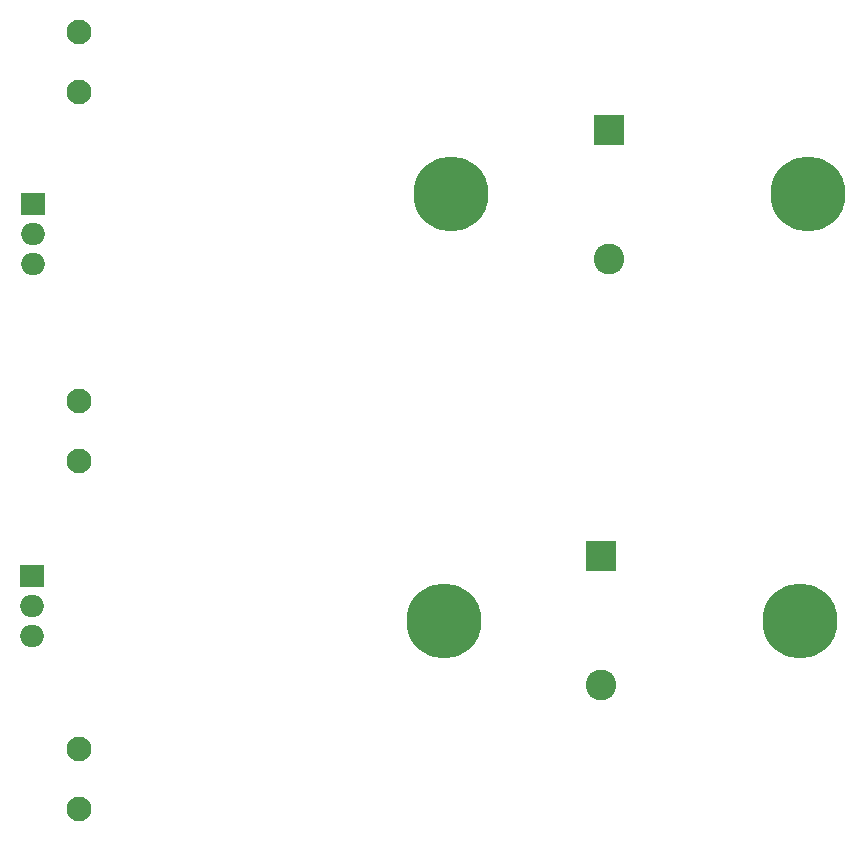
<source format=gbr>
%TF.GenerationSoftware,KiCad,Pcbnew,(6.0.5)*%
%TF.CreationDate,2023-07-06T17:20:31+08:00*%
%TF.ProjectId,compare,636f6d70-6172-4652-9e6b-696361645f70,rev?*%
%TF.SameCoordinates,Original*%
%TF.FileFunction,Soldermask,Bot*%
%TF.FilePolarity,Negative*%
%FSLAX46Y46*%
G04 Gerber Fmt 4.6, Leading zero omitted, Abs format (unit mm)*
G04 Created by KiCad (PCBNEW (6.0.5)) date 2023-07-06 17:20:31*
%MOMM*%
%LPD*%
G01*
G04 APERTURE LIST*
%ADD10C,2.100000*%
%ADD11R,2.600000X2.600000*%
%ADD12C,2.600000*%
%ADD13C,6.350000*%
%ADD14R,2.000000X1.905000*%
%ADD15O,2.000000X1.905000*%
G04 APERTURE END LIST*
D10*
%TO.C,J1*%
X115595400Y-67589399D03*
X115595400Y-62509399D03*
%TD*%
D11*
%TO.C,Q1*%
X159766000Y-106908599D03*
D12*
X159766000Y-117828599D03*
D13*
X146466000Y-112358599D03*
X176666000Y-112358599D03*
%TD*%
D14*
%TO.C,U2*%
X111670400Y-77114399D03*
D15*
X111670400Y-79654399D03*
X111670400Y-82194399D03*
%TD*%
D11*
%TO.C,Q2*%
X160429800Y-70826199D03*
D12*
X160429800Y-81746199D03*
D13*
X147129800Y-76276199D03*
X177329800Y-76276199D03*
%TD*%
D14*
%TO.C,U1*%
X111653200Y-108584999D03*
D15*
X111653200Y-111124999D03*
X111653200Y-113664999D03*
%TD*%
D10*
%TO.C,J2*%
X115595400Y-128269999D03*
X115595400Y-123189999D03*
%TD*%
%TO.C,J3*%
X115595400Y-98869499D03*
X115595400Y-93789499D03*
%TD*%
M02*

</source>
